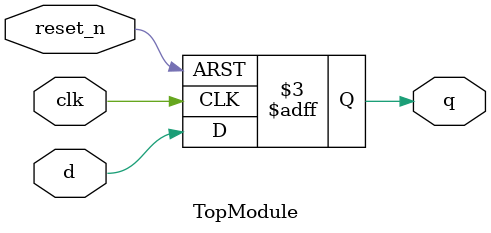
<source format=sv>
module TopModule (
    input logic clk,
    input logic d,
    input logic reset_n,
    output logic q
);

always_ff @(posedge clk or negedge reset_n) begin
    if (!reset_n)
        q <= 1'b0;
    else
        q <= d;
end

endmodule
</source>
